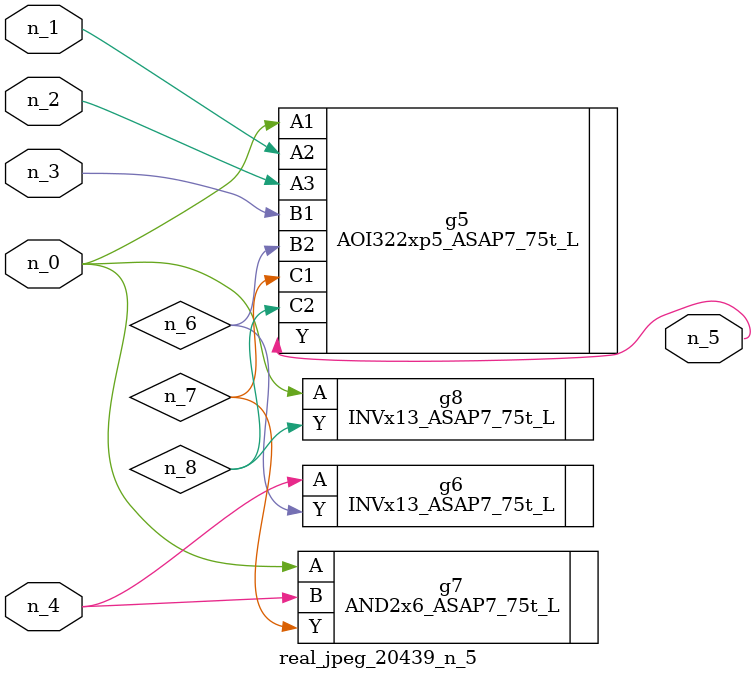
<source format=v>
module real_jpeg_20439_n_5 (n_4, n_0, n_1, n_2, n_3, n_5);

input n_4;
input n_0;
input n_1;
input n_2;
input n_3;

output n_5;

wire n_8;
wire n_6;
wire n_7;

AOI322xp5_ASAP7_75t_L g5 ( 
.A1(n_0),
.A2(n_1),
.A3(n_2),
.B1(n_3),
.B2(n_6),
.C1(n_7),
.C2(n_8),
.Y(n_5)
);

AND2x6_ASAP7_75t_L g7 ( 
.A(n_0),
.B(n_4),
.Y(n_7)
);

INVx13_ASAP7_75t_L g8 ( 
.A(n_0),
.Y(n_8)
);

INVx13_ASAP7_75t_L g6 ( 
.A(n_4),
.Y(n_6)
);


endmodule
</source>
